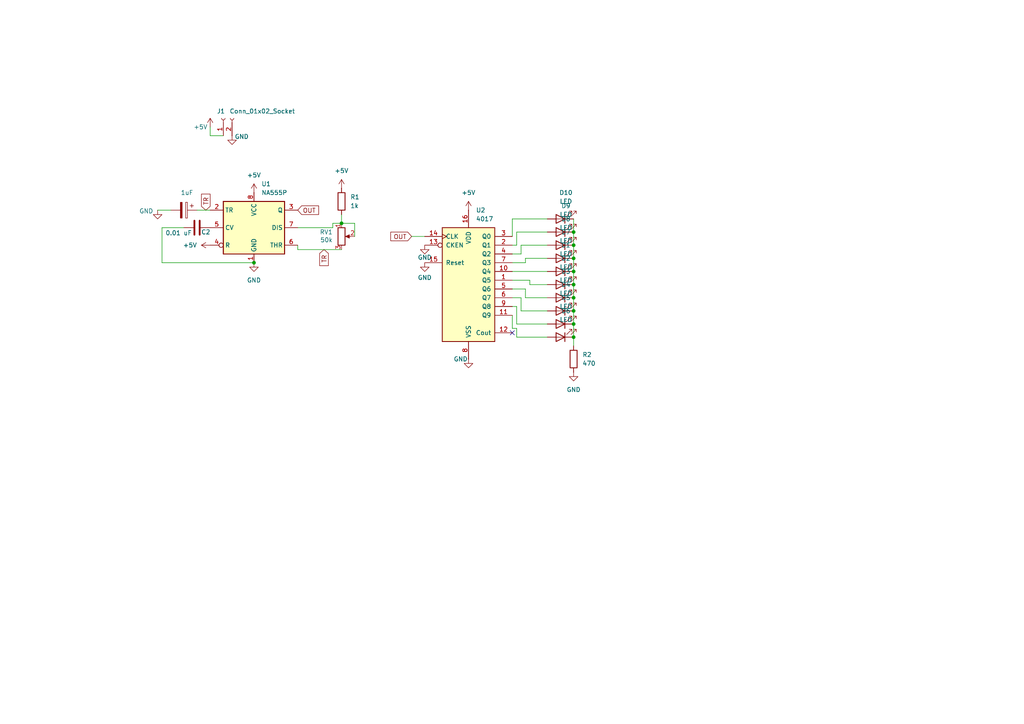
<source format=kicad_sch>
(kicad_sch
	(version 20250114)
	(generator "eeschema")
	(generator_version "9.0")
	(uuid "5abe4eef-b49d-4b96-867c-a9e0cd0afb83")
	(paper "A4")
	(lib_symbols
		(symbol "4xxx:4017"
			(pin_names
				(offset 1.016)
			)
			(exclude_from_sim no)
			(in_bom yes)
			(on_board yes)
			(property "Reference" "U"
				(at -7.62 16.51 0)
				(effects
					(font
						(size 1.27 1.27)
					)
				)
			)
			(property "Value" "4017"
				(at -7.62 -19.05 0)
				(effects
					(font
						(size 1.27 1.27)
					)
				)
			)
			(property "Footprint" ""
				(at 0 0 0)
				(effects
					(font
						(size 1.27 1.27)
					)
					(hide yes)
				)
			)
			(property "Datasheet" "http://www.intersil.com/content/dam/Intersil/documents/cd40/cd4017bms-22bms.pdf"
				(at 0 0 0)
				(effects
					(font
						(size 1.27 1.27)
					)
					(hide yes)
				)
			)
			(property "Description" "Johnson Counter ( 10 outputs )"
				(at 0 0 0)
				(effects
					(font
						(size 1.27 1.27)
					)
					(hide yes)
				)
			)
			(property "ki_locked" ""
				(at 0 0 0)
				(effects
					(font
						(size 1.27 1.27)
					)
				)
			)
			(property "ki_keywords" "CNT CNT10"
				(at 0 0 0)
				(effects
					(font
						(size 1.27 1.27)
					)
					(hide yes)
				)
			)
			(property "ki_fp_filters" "DIP?16*"
				(at 0 0 0)
				(effects
					(font
						(size 1.27 1.27)
					)
					(hide yes)
				)
			)
			(symbol "4017_1_0"
				(pin input clock
					(at -12.7 12.7 0)
					(length 5.08)
					(name "CLK"
						(effects
							(font
								(size 1.27 1.27)
							)
						)
					)
					(number "14"
						(effects
							(font
								(size 1.27 1.27)
							)
						)
					)
				)
				(pin input inverted
					(at -12.7 10.16 0)
					(length 5.08)
					(name "CKEN"
						(effects
							(font
								(size 1.27 1.27)
							)
						)
					)
					(number "13"
						(effects
							(font
								(size 1.27 1.27)
							)
						)
					)
				)
				(pin input line
					(at -12.7 5.08 0)
					(length 5.08)
					(name "Reset"
						(effects
							(font
								(size 1.27 1.27)
							)
						)
					)
					(number "15"
						(effects
							(font
								(size 1.27 1.27)
							)
						)
					)
				)
				(pin power_in line
					(at 0 20.32 270)
					(length 5.08)
					(name "VDD"
						(effects
							(font
								(size 1.27 1.27)
							)
						)
					)
					(number "16"
						(effects
							(font
								(size 1.27 1.27)
							)
						)
					)
				)
				(pin power_in line
					(at 0 -22.86 90)
					(length 5.08)
					(name "VSS"
						(effects
							(font
								(size 1.27 1.27)
							)
						)
					)
					(number "8"
						(effects
							(font
								(size 1.27 1.27)
							)
						)
					)
				)
				(pin output line
					(at 12.7 12.7 180)
					(length 5.08)
					(name "Q0"
						(effects
							(font
								(size 1.27 1.27)
							)
						)
					)
					(number "3"
						(effects
							(font
								(size 1.27 1.27)
							)
						)
					)
				)
				(pin output line
					(at 12.7 10.16 180)
					(length 5.08)
					(name "Q1"
						(effects
							(font
								(size 1.27 1.27)
							)
						)
					)
					(number "2"
						(effects
							(font
								(size 1.27 1.27)
							)
						)
					)
				)
				(pin output line
					(at 12.7 7.62 180)
					(length 5.08)
					(name "Q2"
						(effects
							(font
								(size 1.27 1.27)
							)
						)
					)
					(number "4"
						(effects
							(font
								(size 1.27 1.27)
							)
						)
					)
				)
				(pin output line
					(at 12.7 5.08 180)
					(length 5.08)
					(name "Q3"
						(effects
							(font
								(size 1.27 1.27)
							)
						)
					)
					(number "7"
						(effects
							(font
								(size 1.27 1.27)
							)
						)
					)
				)
				(pin output line
					(at 12.7 2.54 180)
					(length 5.08)
					(name "Q4"
						(effects
							(font
								(size 1.27 1.27)
							)
						)
					)
					(number "10"
						(effects
							(font
								(size 1.27 1.27)
							)
						)
					)
				)
				(pin output line
					(at 12.7 0 180)
					(length 5.08)
					(name "Q5"
						(effects
							(font
								(size 1.27 1.27)
							)
						)
					)
					(number "1"
						(effects
							(font
								(size 1.27 1.27)
							)
						)
					)
				)
				(pin output line
					(at 12.7 -2.54 180)
					(length 5.08)
					(name "Q6"
						(effects
							(font
								(size 1.27 1.27)
							)
						)
					)
					(number "5"
						(effects
							(font
								(size 1.27 1.27)
							)
						)
					)
				)
				(pin output line
					(at 12.7 -5.08 180)
					(length 5.08)
					(name "Q7"
						(effects
							(font
								(size 1.27 1.27)
							)
						)
					)
					(number "6"
						(effects
							(font
								(size 1.27 1.27)
							)
						)
					)
				)
				(pin output line
					(at 12.7 -7.62 180)
					(length 5.08)
					(name "Q8"
						(effects
							(font
								(size 1.27 1.27)
							)
						)
					)
					(number "9"
						(effects
							(font
								(size 1.27 1.27)
							)
						)
					)
				)
				(pin output line
					(at 12.7 -10.16 180)
					(length 5.08)
					(name "Q9"
						(effects
							(font
								(size 1.27 1.27)
							)
						)
					)
					(number "11"
						(effects
							(font
								(size 1.27 1.27)
							)
						)
					)
				)
				(pin output line
					(at 12.7 -15.24 180)
					(length 5.08)
					(name "Cout"
						(effects
							(font
								(size 1.27 1.27)
							)
						)
					)
					(number "12"
						(effects
							(font
								(size 1.27 1.27)
							)
						)
					)
				)
			)
			(symbol "4017_1_1"
				(rectangle
					(start -7.62 15.24)
					(end 7.62 -17.78)
					(stroke
						(width 0.254)
						(type default)
					)
					(fill
						(type background)
					)
				)
			)
			(embedded_fonts no)
		)
		(symbol "Connector:Conn_01x02_Socket"
			(pin_names
				(offset 1.016)
				(hide yes)
			)
			(exclude_from_sim no)
			(in_bom yes)
			(on_board yes)
			(property "Reference" "J"
				(at 0 2.54 0)
				(effects
					(font
						(size 1.27 1.27)
					)
				)
			)
			(property "Value" "Conn_01x02_Socket"
				(at 0 -5.08 0)
				(effects
					(font
						(size 1.27 1.27)
					)
				)
			)
			(property "Footprint" ""
				(at 0 0 0)
				(effects
					(font
						(size 1.27 1.27)
					)
					(hide yes)
				)
			)
			(property "Datasheet" "~"
				(at 0 0 0)
				(effects
					(font
						(size 1.27 1.27)
					)
					(hide yes)
				)
			)
			(property "Description" "Generic connector, single row, 01x02, script generated"
				(at 0 0 0)
				(effects
					(font
						(size 1.27 1.27)
					)
					(hide yes)
				)
			)
			(property "ki_locked" ""
				(at 0 0 0)
				(effects
					(font
						(size 1.27 1.27)
					)
				)
			)
			(property "ki_keywords" "connector"
				(at 0 0 0)
				(effects
					(font
						(size 1.27 1.27)
					)
					(hide yes)
				)
			)
			(property "ki_fp_filters" "Connector*:*_1x??_*"
				(at 0 0 0)
				(effects
					(font
						(size 1.27 1.27)
					)
					(hide yes)
				)
			)
			(symbol "Conn_01x02_Socket_1_1"
				(polyline
					(pts
						(xy -1.27 0) (xy -0.508 0)
					)
					(stroke
						(width 0.1524)
						(type default)
					)
					(fill
						(type none)
					)
				)
				(polyline
					(pts
						(xy -1.27 -2.54) (xy -0.508 -2.54)
					)
					(stroke
						(width 0.1524)
						(type default)
					)
					(fill
						(type none)
					)
				)
				(arc
					(start 0 -0.508)
					(mid -0.5058 0)
					(end 0 0.508)
					(stroke
						(width 0.1524)
						(type default)
					)
					(fill
						(type none)
					)
				)
				(arc
					(start 0 -3.048)
					(mid -0.5058 -2.54)
					(end 0 -2.032)
					(stroke
						(width 0.1524)
						(type default)
					)
					(fill
						(type none)
					)
				)
				(pin passive line
					(at -5.08 0 0)
					(length 3.81)
					(name "Pin_1"
						(effects
							(font
								(size 1.27 1.27)
							)
						)
					)
					(number "1"
						(effects
							(font
								(size 1.27 1.27)
							)
						)
					)
				)
				(pin passive line
					(at -5.08 -2.54 0)
					(length 3.81)
					(name "Pin_2"
						(effects
							(font
								(size 1.27 1.27)
							)
						)
					)
					(number "2"
						(effects
							(font
								(size 1.27 1.27)
							)
						)
					)
				)
			)
			(embedded_fonts no)
		)
		(symbol "Device:C"
			(pin_numbers
				(hide yes)
			)
			(pin_names
				(offset 0.254)
			)
			(exclude_from_sim no)
			(in_bom yes)
			(on_board yes)
			(property "Reference" "C"
				(at 0.635 2.54 0)
				(effects
					(font
						(size 1.27 1.27)
					)
					(justify left)
				)
			)
			(property "Value" "C"
				(at 0.635 -2.54 0)
				(effects
					(font
						(size 1.27 1.27)
					)
					(justify left)
				)
			)
			(property "Footprint" ""
				(at 0.9652 -3.81 0)
				(effects
					(font
						(size 1.27 1.27)
					)
					(hide yes)
				)
			)
			(property "Datasheet" "~"
				(at 0 0 0)
				(effects
					(font
						(size 1.27 1.27)
					)
					(hide yes)
				)
			)
			(property "Description" "Unpolarized capacitor"
				(at 0 0 0)
				(effects
					(font
						(size 1.27 1.27)
					)
					(hide yes)
				)
			)
			(property "ki_keywords" "cap capacitor"
				(at 0 0 0)
				(effects
					(font
						(size 1.27 1.27)
					)
					(hide yes)
				)
			)
			(property "ki_fp_filters" "C_*"
				(at 0 0 0)
				(effects
					(font
						(size 1.27 1.27)
					)
					(hide yes)
				)
			)
			(symbol "C_0_1"
				(polyline
					(pts
						(xy -2.032 0.762) (xy 2.032 0.762)
					)
					(stroke
						(width 0.508)
						(type default)
					)
					(fill
						(type none)
					)
				)
				(polyline
					(pts
						(xy -2.032 -0.762) (xy 2.032 -0.762)
					)
					(stroke
						(width 0.508)
						(type default)
					)
					(fill
						(type none)
					)
				)
			)
			(symbol "C_1_1"
				(pin passive line
					(at 0 3.81 270)
					(length 2.794)
					(name "~"
						(effects
							(font
								(size 1.27 1.27)
							)
						)
					)
					(number "1"
						(effects
							(font
								(size 1.27 1.27)
							)
						)
					)
				)
				(pin passive line
					(at 0 -3.81 90)
					(length 2.794)
					(name "~"
						(effects
							(font
								(size 1.27 1.27)
							)
						)
					)
					(number "2"
						(effects
							(font
								(size 1.27 1.27)
							)
						)
					)
				)
			)
			(embedded_fonts no)
		)
		(symbol "Device:C_Polarized"
			(pin_numbers
				(hide yes)
			)
			(pin_names
				(offset 0.254)
			)
			(exclude_from_sim no)
			(in_bom yes)
			(on_board yes)
			(property "Reference" "C"
				(at 0.635 2.54 0)
				(effects
					(font
						(size 1.27 1.27)
					)
					(justify left)
				)
			)
			(property "Value" "C_Polarized"
				(at 0.635 -2.54 0)
				(effects
					(font
						(size 1.27 1.27)
					)
					(justify left)
				)
			)
			(property "Footprint" ""
				(at 0.9652 -3.81 0)
				(effects
					(font
						(size 1.27 1.27)
					)
					(hide yes)
				)
			)
			(property "Datasheet" "~"
				(at 0 0 0)
				(effects
					(font
						(size 1.27 1.27)
					)
					(hide yes)
				)
			)
			(property "Description" "Polarized capacitor"
				(at 0 0 0)
				(effects
					(font
						(size 1.27 1.27)
					)
					(hide yes)
				)
			)
			(property "ki_keywords" "cap capacitor"
				(at 0 0 0)
				(effects
					(font
						(size 1.27 1.27)
					)
					(hide yes)
				)
			)
			(property "ki_fp_filters" "CP_*"
				(at 0 0 0)
				(effects
					(font
						(size 1.27 1.27)
					)
					(hide yes)
				)
			)
			(symbol "C_Polarized_0_1"
				(rectangle
					(start -2.286 0.508)
					(end 2.286 1.016)
					(stroke
						(width 0)
						(type default)
					)
					(fill
						(type none)
					)
				)
				(polyline
					(pts
						(xy -1.778 2.286) (xy -0.762 2.286)
					)
					(stroke
						(width 0)
						(type default)
					)
					(fill
						(type none)
					)
				)
				(polyline
					(pts
						(xy -1.27 2.794) (xy -1.27 1.778)
					)
					(stroke
						(width 0)
						(type default)
					)
					(fill
						(type none)
					)
				)
				(rectangle
					(start 2.286 -0.508)
					(end -2.286 -1.016)
					(stroke
						(width 0)
						(type default)
					)
					(fill
						(type outline)
					)
				)
			)
			(symbol "C_Polarized_1_1"
				(pin passive line
					(at 0 3.81 270)
					(length 2.794)
					(name "~"
						(effects
							(font
								(size 1.27 1.27)
							)
						)
					)
					(number "1"
						(effects
							(font
								(size 1.27 1.27)
							)
						)
					)
				)
				(pin passive line
					(at 0 -3.81 90)
					(length 2.794)
					(name "~"
						(effects
							(font
								(size 1.27 1.27)
							)
						)
					)
					(number "2"
						(effects
							(font
								(size 1.27 1.27)
							)
						)
					)
				)
			)
			(embedded_fonts no)
		)
		(symbol "Device:LED"
			(pin_numbers
				(hide yes)
			)
			(pin_names
				(offset 1.016)
				(hide yes)
			)
			(exclude_from_sim no)
			(in_bom yes)
			(on_board yes)
			(property "Reference" "D"
				(at 0 2.54 0)
				(effects
					(font
						(size 1.27 1.27)
					)
				)
			)
			(property "Value" "LED"
				(at 0 -2.54 0)
				(effects
					(font
						(size 1.27 1.27)
					)
				)
			)
			(property "Footprint" ""
				(at 0 0 0)
				(effects
					(font
						(size 1.27 1.27)
					)
					(hide yes)
				)
			)
			(property "Datasheet" "~"
				(at 0 0 0)
				(effects
					(font
						(size 1.27 1.27)
					)
					(hide yes)
				)
			)
			(property "Description" "Light emitting diode"
				(at 0 0 0)
				(effects
					(font
						(size 1.27 1.27)
					)
					(hide yes)
				)
			)
			(property "Sim.Pins" "1=K 2=A"
				(at 0 0 0)
				(effects
					(font
						(size 1.27 1.27)
					)
					(hide yes)
				)
			)
			(property "ki_keywords" "LED diode"
				(at 0 0 0)
				(effects
					(font
						(size 1.27 1.27)
					)
					(hide yes)
				)
			)
			(property "ki_fp_filters" "LED* LED_SMD:* LED_THT:*"
				(at 0 0 0)
				(effects
					(font
						(size 1.27 1.27)
					)
					(hide yes)
				)
			)
			(symbol "LED_0_1"
				(polyline
					(pts
						(xy -3.048 -0.762) (xy -4.572 -2.286) (xy -3.81 -2.286) (xy -4.572 -2.286) (xy -4.572 -1.524)
					)
					(stroke
						(width 0)
						(type default)
					)
					(fill
						(type none)
					)
				)
				(polyline
					(pts
						(xy -1.778 -0.762) (xy -3.302 -2.286) (xy -2.54 -2.286) (xy -3.302 -2.286) (xy -3.302 -1.524)
					)
					(stroke
						(width 0)
						(type default)
					)
					(fill
						(type none)
					)
				)
				(polyline
					(pts
						(xy -1.27 0) (xy 1.27 0)
					)
					(stroke
						(width 0)
						(type default)
					)
					(fill
						(type none)
					)
				)
				(polyline
					(pts
						(xy -1.27 -1.27) (xy -1.27 1.27)
					)
					(stroke
						(width 0.254)
						(type default)
					)
					(fill
						(type none)
					)
				)
				(polyline
					(pts
						(xy 1.27 -1.27) (xy 1.27 1.27) (xy -1.27 0) (xy 1.27 -1.27)
					)
					(stroke
						(width 0.254)
						(type default)
					)
					(fill
						(type none)
					)
				)
			)
			(symbol "LED_1_1"
				(pin passive line
					(at -3.81 0 0)
					(length 2.54)
					(name "K"
						(effects
							(font
								(size 1.27 1.27)
							)
						)
					)
					(number "1"
						(effects
							(font
								(size 1.27 1.27)
							)
						)
					)
				)
				(pin passive line
					(at 3.81 0 180)
					(length 2.54)
					(name "A"
						(effects
							(font
								(size 1.27 1.27)
							)
						)
					)
					(number "2"
						(effects
							(font
								(size 1.27 1.27)
							)
						)
					)
				)
			)
			(embedded_fonts no)
		)
		(symbol "Device:R"
			(pin_numbers
				(hide yes)
			)
			(pin_names
				(offset 0)
			)
			(exclude_from_sim no)
			(in_bom yes)
			(on_board yes)
			(property "Reference" "R"
				(at 2.032 0 90)
				(effects
					(font
						(size 1.27 1.27)
					)
				)
			)
			(property "Value" "R"
				(at 0 0 90)
				(effects
					(font
						(size 1.27 1.27)
					)
				)
			)
			(property "Footprint" ""
				(at -1.778 0 90)
				(effects
					(font
						(size 1.27 1.27)
					)
					(hide yes)
				)
			)
			(property "Datasheet" "~"
				(at 0 0 0)
				(effects
					(font
						(size 1.27 1.27)
					)
					(hide yes)
				)
			)
			(property "Description" "Resistor"
				(at 0 0 0)
				(effects
					(font
						(size 1.27 1.27)
					)
					(hide yes)
				)
			)
			(property "ki_keywords" "R res resistor"
				(at 0 0 0)
				(effects
					(font
						(size 1.27 1.27)
					)
					(hide yes)
				)
			)
			(property "ki_fp_filters" "R_*"
				(at 0 0 0)
				(effects
					(font
						(size 1.27 1.27)
					)
					(hide yes)
				)
			)
			(symbol "R_0_1"
				(rectangle
					(start -1.016 -2.54)
					(end 1.016 2.54)
					(stroke
						(width 0.254)
						(type default)
					)
					(fill
						(type none)
					)
				)
			)
			(symbol "R_1_1"
				(pin passive line
					(at 0 3.81 270)
					(length 1.27)
					(name "~"
						(effects
							(font
								(size 1.27 1.27)
							)
						)
					)
					(number "1"
						(effects
							(font
								(size 1.27 1.27)
							)
						)
					)
				)
				(pin passive line
					(at 0 -3.81 90)
					(length 1.27)
					(name "~"
						(effects
							(font
								(size 1.27 1.27)
							)
						)
					)
					(number "2"
						(effects
							(font
								(size 1.27 1.27)
							)
						)
					)
				)
			)
			(embedded_fonts no)
		)
		(symbol "Device:R_Potentiometer"
			(pin_names
				(offset 1.016)
				(hide yes)
			)
			(exclude_from_sim no)
			(in_bom yes)
			(on_board yes)
			(property "Reference" "RV"
				(at -4.445 0 90)
				(effects
					(font
						(size 1.27 1.27)
					)
				)
			)
			(property "Value" "R_Potentiometer"
				(at -2.54 0 90)
				(effects
					(font
						(size 1.27 1.27)
					)
				)
			)
			(property "Footprint" ""
				(at 0 0 0)
				(effects
					(font
						(size 1.27 1.27)
					)
					(hide yes)
				)
			)
			(property "Datasheet" "~"
				(at 0 0 0)
				(effects
					(font
						(size 1.27 1.27)
					)
					(hide yes)
				)
			)
			(property "Description" "Potentiometer"
				(at 0 0 0)
				(effects
					(font
						(size 1.27 1.27)
					)
					(hide yes)
				)
			)
			(property "ki_keywords" "resistor variable"
				(at 0 0 0)
				(effects
					(font
						(size 1.27 1.27)
					)
					(hide yes)
				)
			)
			(property "ki_fp_filters" "Potentiometer*"
				(at 0 0 0)
				(effects
					(font
						(size 1.27 1.27)
					)
					(hide yes)
				)
			)
			(symbol "R_Potentiometer_0_1"
				(rectangle
					(start 1.016 2.54)
					(end -1.016 -2.54)
					(stroke
						(width 0.254)
						(type default)
					)
					(fill
						(type none)
					)
				)
				(polyline
					(pts
						(xy 1.143 0) (xy 2.286 0.508) (xy 2.286 -0.508) (xy 1.143 0)
					)
					(stroke
						(width 0)
						(type default)
					)
					(fill
						(type outline)
					)
				)
				(polyline
					(pts
						(xy 2.54 0) (xy 1.524 0)
					)
					(stroke
						(width 0)
						(type default)
					)
					(fill
						(type none)
					)
				)
			)
			(symbol "R_Potentiometer_1_1"
				(pin passive line
					(at 0 3.81 270)
					(length 1.27)
					(name "1"
						(effects
							(font
								(size 1.27 1.27)
							)
						)
					)
					(number "1"
						(effects
							(font
								(size 1.27 1.27)
							)
						)
					)
				)
				(pin passive line
					(at 0 -3.81 90)
					(length 1.27)
					(name "3"
						(effects
							(font
								(size 1.27 1.27)
							)
						)
					)
					(number "3"
						(effects
							(font
								(size 1.27 1.27)
							)
						)
					)
				)
				(pin passive line
					(at 3.81 0 180)
					(length 1.27)
					(name "2"
						(effects
							(font
								(size 1.27 1.27)
							)
						)
					)
					(number "2"
						(effects
							(font
								(size 1.27 1.27)
							)
						)
					)
				)
			)
			(embedded_fonts no)
		)
		(symbol "Timer:NA555P"
			(exclude_from_sim no)
			(in_bom yes)
			(on_board yes)
			(property "Reference" "U"
				(at -10.16 8.89 0)
				(effects
					(font
						(size 1.27 1.27)
					)
					(justify left)
				)
			)
			(property "Value" "NA555P"
				(at 2.54 8.89 0)
				(effects
					(font
						(size 1.27 1.27)
					)
					(justify left)
				)
			)
			(property "Footprint" "Package_DIP:DIP-8_W7.62mm"
				(at 16.51 -10.16 0)
				(effects
					(font
						(size 1.27 1.27)
					)
					(hide yes)
				)
			)
			(property "Datasheet" "http://www.ti.com/lit/ds/symlink/ne555.pdf"
				(at 21.59 -10.16 0)
				(effects
					(font
						(size 1.27 1.27)
					)
					(hide yes)
				)
			)
			(property "Description" "Precision Timers, 555 compatible, PDIP-8"
				(at 0 0 0)
				(effects
					(font
						(size 1.27 1.27)
					)
					(hide yes)
				)
			)
			(property "ki_keywords" "single timer 555"
				(at 0 0 0)
				(effects
					(font
						(size 1.27 1.27)
					)
					(hide yes)
				)
			)
			(property "ki_fp_filters" "DIP*W7.62mm*"
				(at 0 0 0)
				(effects
					(font
						(size 1.27 1.27)
					)
					(hide yes)
				)
			)
			(symbol "NA555P_0_0"
				(pin power_in line
					(at 0 10.16 270)
					(length 2.54)
					(name "VCC"
						(effects
							(font
								(size 1.27 1.27)
							)
						)
					)
					(number "8"
						(effects
							(font
								(size 1.27 1.27)
							)
						)
					)
				)
				(pin power_in line
					(at 0 -10.16 90)
					(length 2.54)
					(name "GND"
						(effects
							(font
								(size 1.27 1.27)
							)
						)
					)
					(number "1"
						(effects
							(font
								(size 1.27 1.27)
							)
						)
					)
				)
			)
			(symbol "NA555P_0_1"
				(rectangle
					(start -8.89 -7.62)
					(end 8.89 7.62)
					(stroke
						(width 0.254)
						(type default)
					)
					(fill
						(type background)
					)
				)
				(rectangle
					(start -8.89 -7.62)
					(end 8.89 7.62)
					(stroke
						(width 0.254)
						(type default)
					)
					(fill
						(type background)
					)
				)
			)
			(symbol "NA555P_1_1"
				(pin input line
					(at -12.7 5.08 0)
					(length 3.81)
					(name "TR"
						(effects
							(font
								(size 1.27 1.27)
							)
						)
					)
					(number "2"
						(effects
							(font
								(size 1.27 1.27)
							)
						)
					)
				)
				(pin input line
					(at -12.7 0 0)
					(length 3.81)
					(name "CV"
						(effects
							(font
								(size 1.27 1.27)
							)
						)
					)
					(number "5"
						(effects
							(font
								(size 1.27 1.27)
							)
						)
					)
				)
				(pin input inverted
					(at -12.7 -5.08 0)
					(length 3.81)
					(name "R"
						(effects
							(font
								(size 1.27 1.27)
							)
						)
					)
					(number "4"
						(effects
							(font
								(size 1.27 1.27)
							)
						)
					)
				)
				(pin output line
					(at 12.7 5.08 180)
					(length 3.81)
					(name "Q"
						(effects
							(font
								(size 1.27 1.27)
							)
						)
					)
					(number "3"
						(effects
							(font
								(size 1.27 1.27)
							)
						)
					)
				)
				(pin input line
					(at 12.7 0 180)
					(length 3.81)
					(name "DIS"
						(effects
							(font
								(size 1.27 1.27)
							)
						)
					)
					(number "7"
						(effects
							(font
								(size 1.27 1.27)
							)
						)
					)
				)
				(pin input line
					(at 12.7 -5.08 180)
					(length 3.81)
					(name "THR"
						(effects
							(font
								(size 1.27 1.27)
							)
						)
					)
					(number "6"
						(effects
							(font
								(size 1.27 1.27)
							)
						)
					)
				)
			)
			(embedded_fonts no)
		)
		(symbol "power:+5V"
			(power)
			(pin_numbers
				(hide yes)
			)
			(pin_names
				(offset 0)
				(hide yes)
			)
			(exclude_from_sim no)
			(in_bom yes)
			(on_board yes)
			(property "Reference" "#PWR"
				(at 0 -3.81 0)
				(effects
					(font
						(size 1.27 1.27)
					)
					(hide yes)
				)
			)
			(property "Value" "+5V"
				(at 0 3.556 0)
				(effects
					(font
						(size 1.27 1.27)
					)
				)
			)
			(property "Footprint" ""
				(at 0 0 0)
				(effects
					(font
						(size 1.27 1.27)
					)
					(hide yes)
				)
			)
			(property "Datasheet" ""
				(at 0 0 0)
				(effects
					(font
						(size 1.27 1.27)
					)
					(hide yes)
				)
			)
			(property "Description" "Power symbol creates a global label with name \"+5V\""
				(at 0 0 0)
				(effects
					(font
						(size 1.27 1.27)
					)
					(hide yes)
				)
			)
			(property "ki_keywords" "global power"
				(at 0 0 0)
				(effects
					(font
						(size 1.27 1.27)
					)
					(hide yes)
				)
			)
			(symbol "+5V_0_1"
				(polyline
					(pts
						(xy -0.762 1.27) (xy 0 2.54)
					)
					(stroke
						(width 0)
						(type default)
					)
					(fill
						(type none)
					)
				)
				(polyline
					(pts
						(xy 0 2.54) (xy 0.762 1.27)
					)
					(stroke
						(width 0)
						(type default)
					)
					(fill
						(type none)
					)
				)
				(polyline
					(pts
						(xy 0 0) (xy 0 2.54)
					)
					(stroke
						(width 0)
						(type default)
					)
					(fill
						(type none)
					)
				)
			)
			(symbol "+5V_1_1"
				(pin power_in line
					(at 0 0 90)
					(length 0)
					(name "~"
						(effects
							(font
								(size 1.27 1.27)
							)
						)
					)
					(number "1"
						(effects
							(font
								(size 1.27 1.27)
							)
						)
					)
				)
			)
			(embedded_fonts no)
		)
		(symbol "power:GND"
			(power)
			(pin_numbers
				(hide yes)
			)
			(pin_names
				(offset 0)
				(hide yes)
			)
			(exclude_from_sim no)
			(in_bom yes)
			(on_board yes)
			(property "Reference" "#PWR"
				(at 0 -6.35 0)
				(effects
					(font
						(size 1.27 1.27)
					)
					(hide yes)
				)
			)
			(property "Value" "GND"
				(at 0 -3.81 0)
				(effects
					(font
						(size 1.27 1.27)
					)
				)
			)
			(property "Footprint" ""
				(at 0 0 0)
				(effects
					(font
						(size 1.27 1.27)
					)
					(hide yes)
				)
			)
			(property "Datasheet" ""
				(at 0 0 0)
				(effects
					(font
						(size 1.27 1.27)
					)
					(hide yes)
				)
			)
			(property "Description" "Power symbol creates a global label with name \"GND\" , ground"
				(at 0 0 0)
				(effects
					(font
						(size 1.27 1.27)
					)
					(hide yes)
				)
			)
			(property "ki_keywords" "global power"
				(at 0 0 0)
				(effects
					(font
						(size 1.27 1.27)
					)
					(hide yes)
				)
			)
			(symbol "GND_0_1"
				(polyline
					(pts
						(xy 0 0) (xy 0 -1.27) (xy 1.27 -1.27) (xy 0 -2.54) (xy -1.27 -1.27) (xy 0 -1.27)
					)
					(stroke
						(width 0)
						(type default)
					)
					(fill
						(type none)
					)
				)
			)
			(symbol "GND_1_1"
				(pin power_in line
					(at 0 0 270)
					(length 0)
					(name "~"
						(effects
							(font
								(size 1.27 1.27)
							)
						)
					)
					(number "1"
						(effects
							(font
								(size 1.27 1.27)
							)
						)
					)
				)
			)
			(embedded_fonts no)
		)
	)
	(junction
		(at 166.37 74.93)
		(diameter 0)
		(color 0 0 0 0)
		(uuid "0b080e25-f35f-4417-b331-97432dc600d5")
	)
	(junction
		(at 166.37 86.36)
		(diameter 0)
		(color 0 0 0 0)
		(uuid "1113cf0d-c098-4420-a084-c324f27871c5")
	)
	(junction
		(at 73.66 76.2)
		(diameter 0)
		(color 0 0 0 0)
		(uuid "2c5c2a0b-9139-4565-9e5b-6f8b83952edb")
	)
	(junction
		(at 166.37 71.12)
		(diameter 0)
		(color 0 0 0 0)
		(uuid "2fa69e5f-542b-4f78-a3da-356a9e5308a2")
	)
	(junction
		(at 166.37 97.79)
		(diameter 0)
		(color 0 0 0 0)
		(uuid "4060f48f-4537-4991-8a13-2c00578621dc")
	)
	(junction
		(at 166.37 82.55)
		(diameter 0)
		(color 0 0 0 0)
		(uuid "466da5a4-02ee-4475-a23e-bb243f27fef4")
	)
	(junction
		(at 166.37 93.98)
		(diameter 0)
		(color 0 0 0 0)
		(uuid "4f9409ed-8dbc-414c-952c-fa0104aa7444")
	)
	(junction
		(at 166.37 67.31)
		(diameter 0)
		(color 0 0 0 0)
		(uuid "99fe0905-f6e3-4380-8e4a-638e024c75f5")
	)
	(junction
		(at 99.06 64.77)
		(diameter 0)
		(color 0 0 0 0)
		(uuid "a784b79e-86fc-4de6-a82f-2057df3eecba")
	)
	(junction
		(at 166.37 78.74)
		(diameter 0)
		(color 0 0 0 0)
		(uuid "ad9666de-f547-47e2-a2af-fd585c2a9d7a")
	)
	(junction
		(at 166.37 90.17)
		(diameter 0)
		(color 0 0 0 0)
		(uuid "eb0d5db1-e3b8-45d7-b23f-4cae3a84aa0f")
	)
	(no_connect
		(at 148.59 96.52)
		(uuid "80c545f3-f6ff-499d-a412-77e9b224e038")
	)
	(wire
		(pts
			(xy 166.37 74.93) (xy 166.37 78.74)
		)
		(stroke
			(width 0)
			(type default)
		)
		(uuid "00e7153a-3f19-4921-b6d5-10892e79dacc")
	)
	(wire
		(pts
			(xy 149.86 88.9) (xy 149.86 93.98)
		)
		(stroke
			(width 0)
			(type default)
		)
		(uuid "0441a801-454f-4f8a-9646-6e5b7c1a76c7")
	)
	(wire
		(pts
			(xy 166.37 86.36) (xy 166.37 90.17)
		)
		(stroke
			(width 0)
			(type default)
		)
		(uuid "05763ab6-2944-4949-829f-4c904ef2aefb")
	)
	(wire
		(pts
			(xy 166.37 78.74) (xy 166.37 82.55)
		)
		(stroke
			(width 0)
			(type default)
		)
		(uuid "19165f14-699e-40ee-894f-c91925669565")
	)
	(wire
		(pts
			(xy 148.59 86.36) (xy 151.13 86.36)
		)
		(stroke
			(width 0)
			(type default)
		)
		(uuid "195cbe48-8337-4958-827b-d89e9f439fda")
	)
	(wire
		(pts
			(xy 166.37 93.98) (xy 166.37 97.79)
		)
		(stroke
			(width 0)
			(type default)
		)
		(uuid "1c714b50-0cb7-4f41-b120-5fa7f434bbd2")
	)
	(wire
		(pts
			(xy 148.59 83.82) (xy 152.4 83.82)
		)
		(stroke
			(width 0)
			(type default)
		)
		(uuid "23095a4d-aeb1-4004-9160-53a697ab9a55")
	)
	(wire
		(pts
			(xy 149.86 97.79) (xy 158.75 97.79)
		)
		(stroke
			(width 0)
			(type default)
		)
		(uuid "2425ee37-23fe-42f6-beaf-f13ed490a9db")
	)
	(wire
		(pts
			(xy 148.59 88.9) (xy 149.86 88.9)
		)
		(stroke
			(width 0)
			(type default)
		)
		(uuid "24a95c31-35cd-47f5-977e-b47fae3993b9")
	)
	(wire
		(pts
			(xy 148.59 68.58) (xy 148.59 63.5)
		)
		(stroke
			(width 0)
			(type default)
		)
		(uuid "24eabeaf-63da-49d8-8b68-69729abb1fd9")
	)
	(wire
		(pts
			(xy 148.59 91.44) (xy 148.59 95.25)
		)
		(stroke
			(width 0)
			(type default)
		)
		(uuid "265380b2-702c-4f2c-b3b9-8cc23c6abfbd")
	)
	(wire
		(pts
			(xy 149.86 67.31) (xy 158.75 67.31)
		)
		(stroke
			(width 0)
			(type default)
		)
		(uuid "26a2e814-1e42-4576-8232-70c8a23a91f0")
	)
	(wire
		(pts
			(xy 149.86 95.25) (xy 149.86 97.79)
		)
		(stroke
			(width 0)
			(type default)
		)
		(uuid "28573333-a09f-45bf-b1f3-18b929299298")
	)
	(wire
		(pts
			(xy 99.06 64.77) (xy 102.87 64.77)
		)
		(stroke
			(width 0)
			(type default)
		)
		(uuid "3060c301-285a-48dd-acc3-e9feb89fd1a3")
	)
	(wire
		(pts
			(xy 151.13 86.36) (xy 151.13 90.17)
		)
		(stroke
			(width 0)
			(type default)
		)
		(uuid "30f18e96-0a9a-4241-9c36-80d0d7272130")
	)
	(wire
		(pts
			(xy 166.37 71.12) (xy 166.37 74.93)
		)
		(stroke
			(width 0)
			(type default)
		)
		(uuid "320e88e5-529e-407a-bb2a-760ef987036d")
	)
	(wire
		(pts
			(xy 153.67 81.28) (xy 153.67 82.55)
		)
		(stroke
			(width 0)
			(type default)
		)
		(uuid "4335b978-ff04-45cc-b23c-2f9c1e69fc88")
	)
	(wire
		(pts
			(xy 149.86 71.12) (xy 149.86 67.31)
		)
		(stroke
			(width 0)
			(type default)
		)
		(uuid "462e9d9a-5bac-4204-a647-9c41f71449b7")
	)
	(wire
		(pts
			(xy 86.36 66.04) (xy 96.52 66.04)
		)
		(stroke
			(width 0)
			(type default)
		)
		(uuid "4d5f9f9a-60ff-4fd4-bb3e-0197c6b281ab")
	)
	(wire
		(pts
			(xy 46.99 66.04) (xy 46.99 76.2)
		)
		(stroke
			(width 0)
			(type default)
		)
		(uuid "521bb2d1-e3f8-4e99-8d5d-c1dd95fd3b65")
	)
	(wire
		(pts
			(xy 86.36 72.39) (xy 99.06 72.39)
		)
		(stroke
			(width 0)
			(type default)
		)
		(uuid "58fa8728-542e-41c4-9cde-26dd1659979a")
	)
	(wire
		(pts
			(xy 152.4 86.36) (xy 158.75 86.36)
		)
		(stroke
			(width 0)
			(type default)
		)
		(uuid "5c4c7ff0-a3e3-4336-a601-ca6228f0cf89")
	)
	(wire
		(pts
			(xy 53.34 66.04) (xy 46.99 66.04)
		)
		(stroke
			(width 0)
			(type default)
		)
		(uuid "6431acc8-72b8-412b-91a3-52fb560d4f48")
	)
	(wire
		(pts
			(xy 148.59 78.74) (xy 158.75 78.74)
		)
		(stroke
			(width 0)
			(type default)
		)
		(uuid "6652b4de-1d02-4c91-92a0-567bfbfb3f55")
	)
	(wire
		(pts
			(xy 46.99 76.2) (xy 73.66 76.2)
		)
		(stroke
			(width 0)
			(type default)
		)
		(uuid "709937e2-a1e1-43f6-9e07-6a7b8474f12d")
	)
	(wire
		(pts
			(xy 166.37 90.17) (xy 166.37 93.98)
		)
		(stroke
			(width 0)
			(type default)
		)
		(uuid "73a5aabc-eccc-4c18-b275-d04b2a5f1b06")
	)
	(wire
		(pts
			(xy 96.52 64.77) (xy 99.06 64.77)
		)
		(stroke
			(width 0)
			(type default)
		)
		(uuid "772d709f-e306-4232-9d8a-c109873842c6")
	)
	(wire
		(pts
			(xy 148.59 73.66) (xy 151.13 73.66)
		)
		(stroke
			(width 0)
			(type default)
		)
		(uuid "77969533-c935-4e4a-ac53-c8bb87e3ece2")
	)
	(wire
		(pts
			(xy 149.86 93.98) (xy 158.75 93.98)
		)
		(stroke
			(width 0)
			(type default)
		)
		(uuid "78fe2f8d-f878-45d2-95b4-b81e1122c2b0")
	)
	(wire
		(pts
			(xy 151.13 90.17) (xy 158.75 90.17)
		)
		(stroke
			(width 0)
			(type default)
		)
		(uuid "88bfa6a0-74a0-4df5-910f-fdc670f59d64")
	)
	(wire
		(pts
			(xy 148.59 71.12) (xy 149.86 71.12)
		)
		(stroke
			(width 0)
			(type default)
		)
		(uuid "8a2d3954-5dce-4558-90a1-cfdc5d94f6f2")
	)
	(wire
		(pts
			(xy 60.96 36.83) (xy 60.96 39.37)
		)
		(stroke
			(width 0)
			(type default)
		)
		(uuid "987be0b7-707e-4c02-88e3-945317aea13e")
	)
	(wire
		(pts
			(xy 153.67 82.55) (xy 158.75 82.55)
		)
		(stroke
			(width 0)
			(type default)
		)
		(uuid "9be1f524-443c-464e-ac1c-e78d6db60be1")
	)
	(wire
		(pts
			(xy 152.4 76.2) (xy 152.4 74.93)
		)
		(stroke
			(width 0)
			(type default)
		)
		(uuid "a3dc3fbb-642f-437f-9def-4767675f522f")
	)
	(wire
		(pts
			(xy 148.59 76.2) (xy 152.4 76.2)
		)
		(stroke
			(width 0)
			(type default)
		)
		(uuid "a46a8e19-b052-4c3f-bd36-9496939326ef")
	)
	(wire
		(pts
			(xy 102.87 64.77) (xy 102.87 68.58)
		)
		(stroke
			(width 0)
			(type default)
		)
		(uuid "a8e93538-38f1-411f-b2b9-9ab4c3de60f1")
	)
	(wire
		(pts
			(xy 166.37 82.55) (xy 166.37 86.36)
		)
		(stroke
			(width 0)
			(type default)
		)
		(uuid "ad86dcb8-c986-4f93-9d1e-def868206b42")
	)
	(wire
		(pts
			(xy 148.59 63.5) (xy 158.75 63.5)
		)
		(stroke
			(width 0)
			(type default)
		)
		(uuid "ade9c0f2-c05e-4deb-99d1-7c4122500721")
	)
	(wire
		(pts
			(xy 152.4 74.93) (xy 158.75 74.93)
		)
		(stroke
			(width 0)
			(type default)
		)
		(uuid "aff7cddc-4658-4788-b7aa-2bd6a063d676")
	)
	(wire
		(pts
			(xy 148.59 81.28) (xy 153.67 81.28)
		)
		(stroke
			(width 0)
			(type default)
		)
		(uuid "b2fab05f-e986-4e6d-83f9-ee812f912679")
	)
	(wire
		(pts
			(xy 96.52 66.04) (xy 96.52 64.77)
		)
		(stroke
			(width 0)
			(type default)
		)
		(uuid "b6956c8d-33ab-4f68-a495-db3555d7634f")
	)
	(wire
		(pts
			(xy 64.77 39.37) (xy 60.96 39.37)
		)
		(stroke
			(width 0)
			(type default)
		)
		(uuid "b6b32f2c-82ac-4525-8d4a-dfb0eeaa5088")
	)
	(wire
		(pts
			(xy 166.37 97.79) (xy 166.37 100.33)
		)
		(stroke
			(width 0)
			(type default)
		)
		(uuid "b95983d0-6563-4dea-9e7b-f5cd006c9d8c")
	)
	(wire
		(pts
			(xy 166.37 63.5) (xy 166.37 67.31)
		)
		(stroke
			(width 0)
			(type default)
		)
		(uuid "b9f99f5b-8aca-41d0-8210-087c1784c5f2")
	)
	(wire
		(pts
			(xy 151.13 73.66) (xy 151.13 71.12)
		)
		(stroke
			(width 0)
			(type default)
		)
		(uuid "c0820abb-679f-4f1c-9e3c-1e7493b7ac01")
	)
	(wire
		(pts
			(xy 99.06 62.23) (xy 99.06 64.77)
		)
		(stroke
			(width 0)
			(type default)
		)
		(uuid "c0cd73bd-5ef7-492e-92bb-3e85b6477583")
	)
	(wire
		(pts
			(xy 119.38 68.58) (xy 123.19 68.58)
		)
		(stroke
			(width 0)
			(type default)
		)
		(uuid "c10edca1-5041-481f-9460-b2267db8fd26")
	)
	(wire
		(pts
			(xy 148.59 95.25) (xy 149.86 95.25)
		)
		(stroke
			(width 0)
			(type default)
		)
		(uuid "d0377107-66e2-4911-b272-df7b246e28b9")
	)
	(wire
		(pts
			(xy 45.72 60.96) (xy 49.53 60.96)
		)
		(stroke
			(width 0)
			(type default)
		)
		(uuid "d1989007-3412-4b15-8a0b-e8425d586488")
	)
	(wire
		(pts
			(xy 86.36 71.12) (xy 86.36 72.39)
		)
		(stroke
			(width 0)
			(type default)
		)
		(uuid "dfcdba9b-d4c7-4028-99b8-7149d796a350")
	)
	(wire
		(pts
			(xy 151.13 71.12) (xy 158.75 71.12)
		)
		(stroke
			(width 0)
			(type default)
		)
		(uuid "e0dbf800-0937-4a7d-abde-b3eb89676192")
	)
	(wire
		(pts
			(xy 152.4 83.82) (xy 152.4 86.36)
		)
		(stroke
			(width 0)
			(type default)
		)
		(uuid "e5c6205d-94c7-4579-9f71-48d3e9eb28a7")
	)
	(wire
		(pts
			(xy 57.15 60.96) (xy 60.96 60.96)
		)
		(stroke
			(width 0)
			(type default)
		)
		(uuid "eee7091e-6419-4563-9e10-0bc14b8ba493")
	)
	(wire
		(pts
			(xy 166.37 67.31) (xy 166.37 71.12)
		)
		(stroke
			(width 0)
			(type default)
		)
		(uuid "eff37564-2631-4eee-9b37-e6ee4f4e6927")
	)
	(global_label "OUT"
		(shape input)
		(at 86.36 60.96 0)
		(fields_autoplaced yes)
		(effects
			(font
				(size 1.27 1.27)
			)
			(justify left)
		)
		(uuid "2f2ee059-0236-44ea-95df-b7edb244f7ad")
		(property "Intersheetrefs" "${INTERSHEET_REFS}"
			(at 92.9738 60.96 0)
			(effects
				(font
					(size 1.27 1.27)
				)
				(justify left)
				(hide yes)
			)
		)
	)
	(global_label "OUT"
		(shape input)
		(at 119.38 68.58 180)
		(fields_autoplaced yes)
		(effects
			(font
				(size 1.27 1.27)
			)
			(justify right)
		)
		(uuid "7aacc3c3-a7ad-4bba-b2d1-02bcb8a786b5")
		(property "Intersheetrefs" "${INTERSHEET_REFS}"
			(at 112.7662 68.58 0)
			(effects
				(font
					(size 1.27 1.27)
				)
				(justify right)
				(hide yes)
			)
		)
	)
	(global_label "TR"
		(shape input)
		(at 93.98 72.39 270)
		(fields_autoplaced yes)
		(effects
			(font
				(size 1.27 1.27)
			)
			(justify right)
		)
		(uuid "9cbae3bd-9cf5-4e42-8244-d5110f6c5328")
		(property "Intersheetrefs" "${INTERSHEET_REFS}"
			(at 93.98 77.6128 90)
			(effects
				(font
					(size 1.27 1.27)
				)
				(justify right)
				(hide yes)
			)
		)
	)
	(global_label "TR"
		(shape input)
		(at 59.69 60.96 90)
		(fields_autoplaced yes)
		(effects
			(font
				(size 1.27 1.27)
			)
			(justify left)
		)
		(uuid "9e233817-5943-4b57-a5eb-94247c6ed87d")
		(property "Intersheetrefs" "${INTERSHEET_REFS}"
			(at 59.69 55.7372 90)
			(effects
				(font
					(size 1.27 1.27)
				)
				(justify left)
				(hide yes)
			)
		)
	)
	(symbol
		(lib_id "power:GND")
		(at 123.19 71.12 0)
		(unit 1)
		(exclude_from_sim no)
		(in_bom yes)
		(on_board yes)
		(dnp no)
		(uuid "027dd6a0-9a05-4707-ac8e-1a6cead0e5cf")
		(property "Reference" "#PWR010"
			(at 123.19 77.47 0)
			(effects
				(font
					(size 1.27 1.27)
				)
				(hide yes)
			)
		)
		(property "Value" "GND"
			(at 123.19 74.676 0)
			(effects
				(font
					(size 1.27 1.27)
				)
			)
		)
		(property "Footprint" ""
			(at 123.19 71.12 0)
			(effects
				(font
					(size 1.27 1.27)
				)
				(hide yes)
			)
		)
		(property "Datasheet" ""
			(at 123.19 71.12 0)
			(effects
				(font
					(size 1.27 1.27)
				)
				(hide yes)
			)
		)
		(property "Description" "Power symbol creates a global label with name \"GND\" , ground"
			(at 123.19 71.12 0)
			(effects
				(font
					(size 1.27 1.27)
				)
				(hide yes)
			)
		)
		(pin "1"
			(uuid "43646169-4b4a-405c-8f07-e0bb52f19084")
		)
		(instances
			(project ""
				(path "/5abe4eef-b49d-4b96-867c-a9e0cd0afb83"
					(reference "#PWR010")
					(unit 1)
				)
			)
		)
	)
	(symbol
		(lib_id "power:+5V")
		(at 99.06 54.61 0)
		(unit 1)
		(exclude_from_sim no)
		(in_bom yes)
		(on_board yes)
		(dnp no)
		(fields_autoplaced yes)
		(uuid "03518186-fbb5-4197-8752-02fae2bea65d")
		(property "Reference" "#PWR07"
			(at 99.06 58.42 0)
			(effects
				(font
					(size 1.27 1.27)
				)
				(hide yes)
			)
		)
		(property "Value" "+5V"
			(at 99.06 49.53 0)
			(effects
				(font
					(size 1.27 1.27)
				)
			)
		)
		(property "Footprint" ""
			(at 99.06 54.61 0)
			(effects
				(font
					(size 1.27 1.27)
				)
				(hide yes)
			)
		)
		(property "Datasheet" ""
			(at 99.06 54.61 0)
			(effects
				(font
					(size 1.27 1.27)
				)
				(hide yes)
			)
		)
		(property "Description" "Power symbol creates a global label with name \"+5V\""
			(at 99.06 54.61 0)
			(effects
				(font
					(size 1.27 1.27)
				)
				(hide yes)
			)
		)
		(pin "1"
			(uuid "3d6b4ef1-4747-4eab-bf1c-328d2596f24e")
		)
		(instances
			(project ""
				(path "/5abe4eef-b49d-4b96-867c-a9e0cd0afb83"
					(reference "#PWR07")
					(unit 1)
				)
			)
		)
	)
	(symbol
		(lib_id "power:GND")
		(at 73.66 76.2 0)
		(unit 1)
		(exclude_from_sim no)
		(in_bom yes)
		(on_board yes)
		(dnp no)
		(fields_autoplaced yes)
		(uuid "06132f90-9216-4297-a8c6-f6951217a918")
		(property "Reference" "#PWR04"
			(at 73.66 82.55 0)
			(effects
				(font
					(size 1.27 1.27)
				)
				(hide yes)
			)
		)
		(property "Value" "GND"
			(at 73.66 81.28 0)
			(effects
				(font
					(size 1.27 1.27)
				)
			)
		)
		(property "Footprint" ""
			(at 73.66 76.2 0)
			(effects
				(font
					(size 1.27 1.27)
				)
				(hide yes)
			)
		)
		(property "Datasheet" ""
			(at 73.66 76.2 0)
			(effects
				(font
					(size 1.27 1.27)
				)
				(hide yes)
			)
		)
		(property "Description" "Power symbol creates a global label with name \"GND\" , ground"
			(at 73.66 76.2 0)
			(effects
				(font
					(size 1.27 1.27)
				)
				(hide yes)
			)
		)
		(pin "1"
			(uuid "8924d0d2-27e6-47a3-af7f-ee53417d8e5c")
		)
		(instances
			(project ""
				(path "/5abe4eef-b49d-4b96-867c-a9e0cd0afb83"
					(reference "#PWR04")
					(unit 1)
				)
			)
		)
	)
	(symbol
		(lib_id "Device:LED")
		(at 162.56 63.5 180)
		(unit 1)
		(exclude_from_sim no)
		(in_bom yes)
		(on_board yes)
		(dnp no)
		(fields_autoplaced yes)
		(uuid "07f6ac5d-a51e-4c0f-a945-595751de0612")
		(property "Reference" "D10"
			(at 164.1475 55.88 0)
			(effects
				(font
					(size 1.27 1.27)
				)
			)
		)
		(property "Value" "LED"
			(at 164.1475 58.42 0)
			(effects
				(font
					(size 1.27 1.27)
				)
			)
		)
		(property "Footprint" "LED_THT:LED_D5.0mm"
			(at 162.56 63.5 0)
			(effects
				(font
					(size 1.27 1.27)
				)
				(hide yes)
			)
		)
		(property "Datasheet" "~"
			(at 162.56 63.5 0)
			(effects
				(font
					(size 1.27 1.27)
				)
				(hide yes)
			)
		)
		(property "Description" "Light emitting diode"
			(at 162.56 63.5 0)
			(effects
				(font
					(size 1.27 1.27)
				)
				(hide yes)
			)
		)
		(property "Sim.Pins" "1=K 2=A"
			(at 162.56 63.5 0)
			(effects
				(font
					(size 1.27 1.27)
				)
				(hide yes)
			)
		)
		(pin "2"
			(uuid "95fdb5c4-fd6f-405c-b950-fd2da4d1359f")
		)
		(pin "1"
			(uuid "00663f78-f5b8-4f66-af55-a95736617dfa")
		)
		(instances
			(project ""
				(path "/5abe4eef-b49d-4b96-867c-a9e0cd0afb83"
					(reference "D10")
					(unit 1)
				)
			)
		)
	)
	(symbol
		(lib_id "Connector:Conn_01x02_Socket")
		(at 64.77 34.29 90)
		(unit 1)
		(exclude_from_sim no)
		(in_bom yes)
		(on_board yes)
		(dnp no)
		(uuid "0dfdeb5c-a507-433f-8569-2b4ef84fb264")
		(property "Reference" "J1"
			(at 65.278 32.258 90)
			(effects
				(font
					(size 1.27 1.27)
				)
				(justify left)
			)
		)
		(property "Value" "Conn_01x02_Socket"
			(at 85.598 32.258 90)
			(effects
				(font
					(size 1.27 1.27)
				)
				(justify left)
			)
		)
		(property "Footprint" "Connector_PinSocket_2.54mm:PinSocket_1x02_P2.54mm_Vertical"
			(at 64.77 34.29 0)
			(effects
				(font
					(size 1.27 1.27)
				)
				(hide yes)
			)
		)
		(property "Datasheet" "~"
			(at 64.77 34.29 0)
			(effects
				(font
					(size 1.27 1.27)
				)
				(hide yes)
			)
		)
		(property "Description" "Generic connector, single row, 01x02, script generated"
			(at 64.77 34.29 0)
			(effects
				(font
					(size 1.27 1.27)
				)
				(hide yes)
			)
		)
		(pin "1"
			(uuid "523d5fa0-7bd8-4a60-93d8-e46dd89b63cb")
		)
		(pin "2"
			(uuid "a3c00052-3f2c-4ba8-b817-d385120cf77a")
		)
		(instances
			(project ""
				(path "/5abe4eef-b49d-4b96-867c-a9e0cd0afb83"
					(reference "J1")
					(unit 1)
				)
			)
		)
	)
	(symbol
		(lib_id "power:GND")
		(at 135.89 104.14 0)
		(unit 1)
		(exclude_from_sim no)
		(in_bom yes)
		(on_board yes)
		(dnp no)
		(uuid "0e7a27b9-9049-4826-ac47-5d777e86415c")
		(property "Reference" "#PWR08"
			(at 135.89 110.49 0)
			(effects
				(font
					(size 1.27 1.27)
				)
				(hide yes)
			)
		)
		(property "Value" "GND"
			(at 133.604 104.14 0)
			(effects
				(font
					(size 1.27 1.27)
				)
			)
		)
		(property "Footprint" ""
			(at 135.89 104.14 0)
			(effects
				(font
					(size 1.27 1.27)
				)
				(hide yes)
			)
		)
		(property "Datasheet" ""
			(at 135.89 104.14 0)
			(effects
				(font
					(size 1.27 1.27)
				)
				(hide yes)
			)
		)
		(property "Description" "Power symbol creates a global label with name \"GND\" , ground"
			(at 135.89 104.14 0)
			(effects
				(font
					(size 1.27 1.27)
				)
				(hide yes)
			)
		)
		(pin "1"
			(uuid "43646169-4b4a-405c-8f07-e0bb52f19085")
		)
		(instances
			(project ""
				(path "/5abe4eef-b49d-4b96-867c-a9e0cd0afb83"
					(reference "#PWR08")
					(unit 1)
				)
			)
		)
	)
	(symbol
		(lib_id "power:GND")
		(at 67.31 39.37 0)
		(unit 1)
		(exclude_from_sim no)
		(in_bom yes)
		(on_board yes)
		(dnp no)
		(uuid "14a43a18-1904-4d1d-a555-9beaeb0453fa")
		(property "Reference" "#PWR02"
			(at 67.31 45.72 0)
			(effects
				(font
					(size 1.27 1.27)
				)
				(hide yes)
			)
		)
		(property "Value" "GND"
			(at 70.104 39.624 0)
			(effects
				(font
					(size 1.27 1.27)
				)
			)
		)
		(property "Footprint" ""
			(at 67.31 39.37 0)
			(effects
				(font
					(size 1.27 1.27)
				)
				(hide yes)
			)
		)
		(property "Datasheet" ""
			(at 67.31 39.37 0)
			(effects
				(font
					(size 1.27 1.27)
				)
				(hide yes)
			)
		)
		(property "Description" "Power symbol creates a global label with name \"GND\" , ground"
			(at 67.31 39.37 0)
			(effects
				(font
					(size 1.27 1.27)
				)
				(hide yes)
			)
		)
		(pin "1"
			(uuid "a1692f8b-181a-4592-9a74-447b9758b9ec")
		)
		(instances
			(project ""
				(path "/5abe4eef-b49d-4b96-867c-a9e0cd0afb83"
					(reference "#PWR02")
					(unit 1)
				)
			)
		)
	)
	(symbol
		(lib_id "Device:LED")
		(at 162.56 71.12 180)
		(unit 1)
		(exclude_from_sim no)
		(in_bom yes)
		(on_board yes)
		(dnp no)
		(fields_autoplaced yes)
		(uuid "15ae2f8a-7265-478f-a63a-564c6d12c767")
		(property "Reference" "D8"
			(at 164.1475 63.5 0)
			(effects
				(font
					(size 1.27 1.27)
				)
			)
		)
		(property "Value" "LED"
			(at 164.1475 66.04 0)
			(effects
				(font
					(size 1.27 1.27)
				)
			)
		)
		(property "Footprint" "LED_THT:LED_D5.0mm"
			(at 162.56 71.12 0)
			(effects
				(font
					(size 1.27 1.27)
				)
				(hide yes)
			)
		)
		(property "Datasheet" "~"
			(at 162.56 71.12 0)
			(effects
				(font
					(size 1.27 1.27)
				)
				(hide yes)
			)
		)
		(property "Description" "Light emitting diode"
			(at 162.56 71.12 0)
			(effects
				(font
					(size 1.27 1.27)
				)
				(hide yes)
			)
		)
		(property "Sim.Pins" "1=K 2=A"
			(at 162.56 71.12 0)
			(effects
				(font
					(size 1.27 1.27)
				)
				(hide yes)
			)
		)
		(pin "2"
			(uuid "95fdb5c4-fd6f-405c-b950-fd2da4d135a0")
		)
		(pin "1"
			(uuid "00663f78-f5b8-4f66-af55-a95736617dfb")
		)
		(instances
			(project ""
				(path "/5abe4eef-b49d-4b96-867c-a9e0cd0afb83"
					(reference "D8")
					(unit 1)
				)
			)
		)
	)
	(symbol
		(lib_id "Timer:NA555P")
		(at 73.66 66.04 0)
		(unit 1)
		(exclude_from_sim no)
		(in_bom yes)
		(on_board yes)
		(dnp no)
		(uuid "1bc91957-5532-482a-b9ef-973e599a279c")
		(property "Reference" "U1"
			(at 75.8033 53.34 0)
			(effects
				(font
					(size 1.27 1.27)
				)
				(justify left)
			)
		)
		(property "Value" "NA555P"
			(at 75.8033 55.88 0)
			(effects
				(font
					(size 1.27 1.27)
				)
				(justify left)
			)
		)
		(property "Footprint" "Package_DIP:DIP-8_W7.62mm"
			(at 90.17 76.2 0)
			(effects
				(font
					(size 1.27 1.27)
				)
				(hide yes)
			)
		)
		(property "Datasheet" "http://www.ti.com/lit/ds/symlink/ne555.pdf"
			(at 95.25 76.2 0)
			(effects
				(font
					(size 1.27 1.27)
				)
				(hide yes)
			)
		)
		(property "Description" "Precision Timers, 555 compatible, PDIP-8"
			(at 73.66 66.04 0)
			(effects
				(font
					(size 1.27 1.27)
				)
				(hide yes)
			)
		)
		(pin "5"
			(uuid "74cbb3fd-62f5-47f5-a951-2652aa7c043e")
		)
		(pin "7"
			(uuid "b6fb3483-a925-4122-88a2-29f22fc9f391")
		)
		(pin "4"
			(uuid "46554396-b564-48ad-9ac0-9f873731f5a6")
		)
		(pin "1"
			(uuid "d102a6d2-c0f6-4dbc-8c46-9e218fafd577")
		)
		(pin "2"
			(uuid "b47acf7d-cb39-4e2f-8c0a-73ed67bca3f9")
		)
		(pin "8"
			(uuid "e604da3f-cacc-422d-a130-e63f112d033d")
		)
		(pin "3"
			(uuid "e28c346a-acd1-4d9a-913d-94765231baa3")
		)
		(pin "6"
			(uuid "d70eb1d6-70e6-44a5-b357-33e108675629")
		)
		(instances
			(project ""
				(path "/5abe4eef-b49d-4b96-867c-a9e0cd0afb83"
					(reference "U1")
					(unit 1)
				)
			)
		)
	)
	(symbol
		(lib_id "power:+5V")
		(at 135.89 60.96 0)
		(unit 1)
		(exclude_from_sim no)
		(in_bom yes)
		(on_board yes)
		(dnp no)
		(fields_autoplaced yes)
		(uuid "276166f9-f9c5-410e-a51a-428e658439d5")
		(property "Reference" "#PWR011"
			(at 135.89 64.77 0)
			(effects
				(font
					(size 1.27 1.27)
				)
				(hide yes)
			)
		)
		(property "Value" "+5V"
			(at 135.89 55.88 0)
			(effects
				(font
					(size 1.27 1.27)
				)
			)
		)
		(property "Footprint" ""
			(at 135.89 60.96 0)
			(effects
				(font
					(size 1.27 1.27)
				)
				(hide yes)
			)
		)
		(property "Datasheet" ""
			(at 135.89 60.96 0)
			(effects
				(font
					(size 1.27 1.27)
				)
				(hide yes)
			)
		)
		(property "Description" "Power symbol creates a global label with name \"+5V\""
			(at 135.89 60.96 0)
			(effects
				(font
					(size 1.27 1.27)
				)
				(hide yes)
			)
		)
		(pin "1"
			(uuid "097ffbdd-d01c-43dd-ac60-3bdac48be669")
		)
		(instances
			(project ""
				(path "/5abe4eef-b49d-4b96-867c-a9e0cd0afb83"
					(reference "#PWR011")
					(unit 1)
				)
			)
		)
	)
	(symbol
		(lib_id "power:GND")
		(at 166.37 107.95 0)
		(unit 1)
		(exclude_from_sim no)
		(in_bom yes)
		(on_board yes)
		(dnp no)
		(fields_autoplaced yes)
		(uuid "3dcbe351-c826-4a11-8a9e-ee5a92d5476a")
		(property "Reference" "#PWR012"
			(at 166.37 114.3 0)
			(effects
				(font
					(size 1.27 1.27)
				)
				(hide yes)
			)
		)
		(property "Value" "GND"
			(at 166.37 113.03 0)
			(effects
				(font
					(size 1.27 1.27)
				)
			)
		)
		(property "Footprint" ""
			(at 166.37 107.95 0)
			(effects
				(font
					(size 1.27 1.27)
				)
				(hide yes)
			)
		)
		(property "Datasheet" ""
			(at 166.37 107.95 0)
			(effects
				(font
					(size 1.27 1.27)
				)
				(hide yes)
			)
		)
		(property "Description" "Power symbol creates a global label with name \"GND\" , ground"
			(at 166.37 107.95 0)
			(effects
				(font
					(size 1.27 1.27)
				)
				(hide yes)
			)
		)
		(pin "1"
			(uuid "87c5b7f4-bcc0-49fa-9339-bc1f947f6dc5")
		)
		(instances
			(project ""
				(path "/5abe4eef-b49d-4b96-867c-a9e0cd0afb83"
					(reference "#PWR012")
					(unit 1)
				)
			)
		)
	)
	(symbol
		(lib_id "Device:R")
		(at 166.37 104.14 0)
		(unit 1)
		(exclude_from_sim no)
		(in_bom yes)
		(on_board yes)
		(dnp no)
		(fields_autoplaced yes)
		(uuid "4ba8d67e-bac7-4fa8-a3ff-eba6602b8ae8")
		(property "Reference" "R2"
			(at 168.91 102.8699 0)
			(effects
				(font
					(size 1.27 1.27)
				)
				(justify left)
			)
		)
		(property "Value" "470"
			(at 168.91 105.4099 0)
			(effects
				(font
					(size 1.27 1.27)
				)
				(justify left)
			)
		)
		(property "Footprint" "Resistor_THT:R_Axial_DIN0207_L6.3mm_D2.5mm_P7.62mm_Horizontal"
			(at 164.592 104.14 90)
			(effects
				(font
					(size 1.27 1.27)
				)
				(hide yes)
			)
		)
		(property "Datasheet" "~"
			(at 166.37 104.14 0)
			(effects
				(font
					(size 1.27 1.27)
				)
				(hide yes)
			)
		)
		(property "Description" "Resistor"
			(at 166.37 104.14 0)
			(effects
				(font
					(size 1.27 1.27)
				)
				(hide yes)
			)
		)
		(pin "1"
			(uuid "6d01de51-657f-48da-97d0-1ef1ab1f8f39")
		)
		(pin "2"
			(uuid "76bba0a9-3127-4efd-b076-6ef2eb10a73b")
		)
		(instances
			(project ""
				(path "/5abe4eef-b49d-4b96-867c-a9e0cd0afb83"
					(reference "R2")
					(unit 1)
				)
			)
		)
	)
	(symbol
		(lib_id "4xxx:4017")
		(at 135.89 81.28 0)
		(unit 1)
		(exclude_from_sim no)
		(in_bom yes)
		(on_board yes)
		(dnp no)
		(fields_autoplaced yes)
		(uuid "4e8f78e5-304d-4624-8616-a350844ee4c7")
		(property "Reference" "U2"
			(at 138.0333 60.96 0)
			(effects
				(font
					(size 1.27 1.27)
				)
				(justify left)
			)
		)
		(property "Value" "4017"
			(at 138.0333 63.5 0)
			(effects
				(font
					(size 1.27 1.27)
				)
				(justify left)
			)
		)
		(property "Footprint" "Package_DIP:DIP-16_W7.62mm"
			(at 135.89 81.28 0)
			(effects
				(font
					(size 1.27 1.27)
				)
				(hide yes)
			)
		)
		(property "Datasheet" "http://www.intersil.com/content/dam/Intersil/documents/cd40/cd4017bms-22bms.pdf"
			(at 135.89 81.28 0)
			(effects
				(font
					(size 1.27 1.27)
				)
				(hide yes)
			)
		)
		(property "Description" "Johnson Counter ( 10 outputs )"
			(at 135.89 81.28 0)
			(effects
				(font
					(size 1.27 1.27)
				)
				(hide yes)
			)
		)
		(pin "1"
			(uuid "33ab5a5d-d924-45df-88c1-00b1713cb656")
		)
		(pin "6"
			(uuid "8de2a22b-78f7-4082-8c4b-eecf81896476")
		)
		(pin "2"
			(uuid "14e5b123-b087-46a2-ac17-741abfb09a6a")
		)
		(pin "7"
			(uuid "ae77eb68-9bfa-4480-88c5-752a680a4aff")
		)
		(pin "13"
			(uuid "e6763aab-262d-4278-8457-98d7229eb43c")
		)
		(pin "3"
			(uuid "3cba7a56-e370-449d-88c1-9bc3c66bc483")
		)
		(pin "8"
			(uuid "352ba907-7c88-4939-8be7-570d1deb9298")
		)
		(pin "15"
			(uuid "d210ec22-a406-4e50-917f-5c4bb835e96d")
		)
		(pin "14"
			(uuid "ede7a9fb-5086-4b81-9c52-48d8f90c6d92")
		)
		(pin "4"
			(uuid "9db593de-675e-42c1-94ad-e0115e048abe")
		)
		(pin "10"
			(uuid "33a6d5d1-3822-4f0a-b975-2672c5e2ade7")
		)
		(pin "16"
			(uuid "d07cbb78-3e57-4d7b-b458-0a4c50ea3d18")
		)
		(pin "5"
			(uuid "2590dbe4-2eca-4fa9-abf6-652da4c0509e")
		)
		(pin "9"
			(uuid "13aa8bd4-4935-45b8-a402-0889cd2e5891")
		)
		(pin "11"
			(uuid "7b2c01a6-25f1-463c-95b3-6c5634a43134")
		)
		(pin "12"
			(uuid "f6736bbc-50f8-406b-b3eb-3ce067b14900")
		)
		(instances
			(project ""
				(path "/5abe4eef-b49d-4b96-867c-a9e0cd0afb83"
					(reference "U2")
					(unit 1)
				)
			)
		)
	)
	(symbol
		(lib_id "Device:C")
		(at 57.15 66.04 90)
		(unit 1)
		(exclude_from_sim no)
		(in_bom yes)
		(on_board yes)
		(dnp no)
		(uuid "661cf1d0-4362-4921-84b8-38ab392b127a")
		(property "Reference" "C2"
			(at 59.69 67.31 90)
			(effects
				(font
					(size 1.27 1.27)
				)
			)
		)
		(property "Value" "0.01 uF"
			(at 51.816 67.564 90)
			(effects
				(font
					(size 1.27 1.27)
				)
			)
		)
		(property "Footprint" "Capacitor_THT:C_Disc_D5.0mm_W2.5mm_P5.00mm"
			(at 60.96 65.0748 0)
			(effects
				(font
					(size 1.27 1.27)
				)
				(hide yes)
			)
		)
		(property "Datasheet" "~"
			(at 57.15 66.04 0)
			(effects
				(font
					(size 1.27 1.27)
				)
				(hide yes)
			)
		)
		(property "Description" "Unpolarized capacitor"
			(at 57.15 66.04 0)
			(effects
				(font
					(size 1.27 1.27)
				)
				(hide yes)
			)
		)
		(pin "2"
			(uuid "bca429ea-c576-4693-8722-77ad99596701")
		)
		(pin "1"
			(uuid "985bcd59-ba55-4739-bfbe-c79bdb32801b")
		)
		(instances
			(project ""
				(path "/5abe4eef-b49d-4b96-867c-a9e0cd0afb83"
					(reference "C2")
					(unit 1)
				)
			)
		)
	)
	(symbol
		(lib_id "Device:R_Potentiometer")
		(at 99.06 68.58 0)
		(unit 1)
		(exclude_from_sim no)
		(in_bom yes)
		(on_board yes)
		(dnp no)
		(uuid "696dc111-e6e3-4ff1-a315-f2d49bd68ee0")
		(property "Reference" "RV1"
			(at 96.52 67.3099 0)
			(effects
				(font
					(size 1.27 1.27)
				)
				(justify right)
			)
		)
		(property "Value" "50k"
			(at 96.52 69.596 0)
			(effects
				(font
					(size 1.27 1.27)
				)
				(justify right)
			)
		)
		(property "Footprint" "Potentiometer_THT:Potentiometer_Bourns_3386W_Horizontal"
			(at 99.06 68.58 0)
			(effects
				(font
					(size 1.27 1.27)
				)
				(hide yes)
			)
		)
		(property "Datasheet" "~"
			(at 99.06 68.58 0)
			(effects
				(font
					(size 1.27 1.27)
				)
				(hide yes)
			)
		)
		(property "Description" "Potentiometer"
			(at 99.06 68.58 0)
			(effects
				(font
					(size 1.27 1.27)
				)
				(hide yes)
			)
		)
		(pin "3"
			(uuid "ea7ab511-dbc4-4669-9a30-7f9d2bcb51a7")
		)
		(pin "1"
			(uuid "542b0740-c6ad-405d-a515-f301b9cd51cc")
		)
		(pin "2"
			(uuid "386c0fba-67a7-4db9-a2d7-afce30dec341")
		)
		(instances
			(project ""
				(path "/5abe4eef-b49d-4b96-867c-a9e0cd0afb83"
					(reference "RV1")
					(unit 1)
				)
			)
		)
	)
	(symbol
		(lib_id "Device:LED")
		(at 162.56 74.93 180)
		(unit 1)
		(exclude_from_sim no)
		(in_bom yes)
		(on_board yes)
		(dnp no)
		(fields_autoplaced yes)
		(uuid "6abec700-5794-4f46-be78-be4a04dd1365")
		(property "Reference" "D7"
			(at 164.1475 67.31 0)
			(effects
				(font
					(size 1.27 1.27)
				)
			)
		)
		(property "Value" "LED"
			(at 164.1475 69.85 0)
			(effects
				(font
					(size 1.27 1.27)
				)
			)
		)
		(property "Footprint" "LED_THT:LED_D5.0mm"
			(at 162.56 74.93 0)
			(effects
				(font
					(size 1.27 1.27)
				)
				(hide yes)
			)
		)
		(property "Datasheet" "~"
			(at 162.56 74.93 0)
			(effects
				(font
					(size 1.27 1.27)
				)
				(hide yes)
			)
		)
		(property "Description" "Light emitting diode"
			(at 162.56 74.93 0)
			(effects
				(font
					(size 1.27 1.27)
				)
				(hide yes)
			)
		)
		(property "Sim.Pins" "1=K 2=A"
			(at 162.56 74.93 0)
			(effects
				(font
					(size 1.27 1.27)
				)
				(hide yes)
			)
		)
		(pin "2"
			(uuid "95fdb5c4-fd6f-405c-b950-fd2da4d135a1")
		)
		(pin "1"
			(uuid "00663f78-f5b8-4f66-af55-a95736617dfc")
		)
		(instances
			(project ""
				(path "/5abe4eef-b49d-4b96-867c-a9e0cd0afb83"
					(reference "D7")
					(unit 1)
				)
			)
		)
	)
	(symbol
		(lib_id "power:GND")
		(at 123.19 76.2 0)
		(unit 1)
		(exclude_from_sim no)
		(in_bom yes)
		(on_board yes)
		(dnp no)
		(uuid "8517cb8e-227f-4c41-80d4-12327d2a3bcd")
		(property "Reference" "#PWR09"
			(at 123.19 82.55 0)
			(effects
				(font
					(size 1.27 1.27)
				)
				(hide yes)
			)
		)
		(property "Value" "GND"
			(at 123.19 80.518 0)
			(effects
				(font
					(size 1.27 1.27)
				)
			)
		)
		(property "Footprint" ""
			(at 123.19 76.2 0)
			(effects
				(font
					(size 1.27 1.27)
				)
				(hide yes)
			)
		)
		(property "Datasheet" ""
			(at 123.19 76.2 0)
			(effects
				(font
					(size 1.27 1.27)
				)
				(hide yes)
			)
		)
		(property "Description" "Power symbol creates a global label with name \"GND\" , ground"
			(at 123.19 76.2 0)
			(effects
				(font
					(size 1.27 1.27)
				)
				(hide yes)
			)
		)
		(pin "1"
			(uuid "43646169-4b4a-405c-8f07-e0bb52f19086")
		)
		(instances
			(project ""
				(path "/5abe4eef-b49d-4b96-867c-a9e0cd0afb83"
					(reference "#PWR09")
					(unit 1)
				)
			)
		)
	)
	(symbol
		(lib_id "Device:LED")
		(at 162.56 86.36 180)
		(unit 1)
		(exclude_from_sim no)
		(in_bom yes)
		(on_board yes)
		(dnp no)
		(fields_autoplaced yes)
		(uuid "aa3d57e5-0a46-4cba-aafc-3d04b707928a")
		(property "Reference" "D3"
			(at 164.1475 78.74 0)
			(effects
				(font
					(size 1.27 1.27)
				)
			)
		)
		(property "Value" "LED"
			(at 164.1475 81.28 0)
			(effects
				(font
					(size 1.27 1.27)
				)
			)
		)
		(property "Footprint" "LED_THT:LED_D5.0mm"
			(at 162.56 86.36 0)
			(effects
				(font
					(size 1.27 1.27)
				)
				(hide yes)
			)
		)
		(property "Datasheet" "~"
			(at 162.56 86.36 0)
			(effects
				(font
					(size 1.27 1.27)
				)
				(hide yes)
			)
		)
		(property "Description" "Light emitting diode"
			(at 162.56 86.36 0)
			(effects
				(font
					(size 1.27 1.27)
				)
				(hide yes)
			)
		)
		(property "Sim.Pins" "1=K 2=A"
			(at 162.56 86.36 0)
			(effects
				(font
					(size 1.27 1.27)
				)
				(hide yes)
			)
		)
		(pin "2"
			(uuid "95fdb5c4-fd6f-405c-b950-fd2da4d135a2")
		)
		(pin "1"
			(uuid "00663f78-f5b8-4f66-af55-a95736617dfd")
		)
		(instances
			(project ""
				(path "/5abe4eef-b49d-4b96-867c-a9e0cd0afb83"
					(reference "D3")
					(unit 1)
				)
			)
		)
	)
	(symbol
		(lib_id "Device:LED")
		(at 162.56 67.31 180)
		(unit 1)
		(exclude_from_sim no)
		(in_bom yes)
		(on_board yes)
		(dnp no)
		(fields_autoplaced yes)
		(uuid "aad4f28f-cd4b-42f4-ab7d-e6d783cdd7b1")
		(property "Reference" "D9"
			(at 164.1475 59.69 0)
			(effects
				(font
					(size 1.27 1.27)
				)
			)
		)
		(property "Value" "LED"
			(at 164.1475 62.23 0)
			(effects
				(font
					(size 1.27 1.27)
				)
			)
		)
		(property "Footprint" "LED_THT:LED_D5.0mm"
			(at 162.56 67.31 0)
			(effects
				(font
					(size 1.27 1.27)
				)
				(hide yes)
			)
		)
		(property "Datasheet" "~"
			(at 162.56 67.31 0)
			(effects
				(font
					(size 1.27 1.27)
				)
				(hide yes)
			)
		)
		(property "Description" "Light emitting diode"
			(at 162.56 67.31 0)
			(effects
				(font
					(size 1.27 1.27)
				)
				(hide yes)
			)
		)
		(property "Sim.Pins" "1=K 2=A"
			(at 162.56 67.31 0)
			(effects
				(font
					(size 1.27 1.27)
				)
				(hide yes)
			)
		)
		(pin "2"
			(uuid "95fdb5c4-fd6f-405c-b950-fd2da4d135a3")
		)
		(pin "1"
			(uuid "00663f78-f5b8-4f66-af55-a95736617dfe")
		)
		(instances
			(project ""
				(path "/5abe4eef-b49d-4b96-867c-a9e0cd0afb83"
					(reference "D9")
					(unit 1)
				)
			)
		)
	)
	(symbol
		(lib_id "power:+5V")
		(at 60.96 36.83 0)
		(unit 1)
		(exclude_from_sim no)
		(in_bom yes)
		(on_board yes)
		(dnp no)
		(uuid "bcc2224c-4df8-4591-bfe7-9fc119770366")
		(property "Reference" "#PWR01"
			(at 60.96 40.64 0)
			(effects
				(font
					(size 1.27 1.27)
				)
				(hide yes)
			)
		)
		(property "Value" "+5V"
			(at 58.166 36.83 0)
			(effects
				(font
					(size 1.27 1.27)
				)
			)
		)
		(property "Footprint" ""
			(at 60.96 36.83 0)
			(effects
				(font
					(size 1.27 1.27)
				)
				(hide yes)
			)
		)
		(property "Datasheet" ""
			(at 60.96 36.83 0)
			(effects
				(font
					(size 1.27 1.27)
				)
				(hide yes)
			)
		)
		(property "Description" "Power symbol creates a global label with name \"+5V\""
			(at 60.96 36.83 0)
			(effects
				(font
					(size 1.27 1.27)
				)
				(hide yes)
			)
		)
		(pin "1"
			(uuid "fcfc8163-6372-4edf-b57e-5c0bdfe8ab8d")
		)
		(instances
			(project ""
				(path "/5abe4eef-b49d-4b96-867c-a9e0cd0afb83"
					(reference "#PWR01")
					(unit 1)
				)
			)
		)
	)
	(symbol
		(lib_id "power:+5V")
		(at 60.96 71.12 90)
		(unit 1)
		(exclude_from_sim no)
		(in_bom yes)
		(on_board yes)
		(dnp no)
		(fields_autoplaced yes)
		(uuid "c3e7fbb3-e275-4f35-8f01-9b9efc5d6a08")
		(property "Reference" "#PWR06"
			(at 64.77 71.12 0)
			(effects
				(font
					(size 1.27 1.27)
				)
				(hide yes)
			)
		)
		(property "Value" "+5V"
			(at 57.15 71.1199 90)
			(effects
				(font
					(size 1.27 1.27)
				)
				(justify left)
			)
		)
		(property "Footprint" ""
			(at 60.96 71.12 0)
			(effects
				(font
					(size 1.27 1.27)
				)
				(hide yes)
			)
		)
		(property "Datasheet" ""
			(at 60.96 71.12 0)
			(effects
				(font
					(size 1.27 1.27)
				)
				(hide yes)
			)
		)
		(property "Description" "Power symbol creates a global label with name \"+5V\""
			(at 60.96 71.12 0)
			(effects
				(font
					(size 1.27 1.27)
				)
				(hide yes)
			)
		)
		(pin "1"
			(uuid "2d3e9a3a-ed30-4480-b6c5-dd0f98b11cd4")
		)
		(instances
			(project ""
				(path "/5abe4eef-b49d-4b96-867c-a9e0cd0afb83"
					(reference "#PWR06")
					(unit 1)
				)
			)
		)
	)
	(symbol
		(lib_id "power:+5V")
		(at 73.66 55.88 0)
		(unit 1)
		(exclude_from_sim no)
		(in_bom yes)
		(on_board yes)
		(dnp no)
		(fields_autoplaced yes)
		(uuid "c8e656c7-2ace-4628-81bc-5721b077e9f0")
		(property "Reference" "#PWR03"
			(at 73.66 59.69 0)
			(effects
				(font
					(size 1.27 1.27)
				)
				(hide yes)
			)
		)
		(property "Value" "+5V"
			(at 73.66 50.8 0)
			(effects
				(font
					(size 1.27 1.27)
				)
			)
		)
		(property "Footprint" ""
			(at 73.66 55.88 0)
			(effects
				(font
					(size 1.27 1.27)
				)
				(hide yes)
			)
		)
		(property "Datasheet" ""
			(at 73.66 55.88 0)
			(effects
				(font
					(size 1.27 1.27)
				)
				(hide yes)
			)
		)
		(property "Description" "Power symbol creates a global label with name \"+5V\""
			(at 73.66 55.88 0)
			(effects
				(font
					(size 1.27 1.27)
				)
				(hide yes)
			)
		)
		(pin "1"
			(uuid "f76e8b02-efbe-4a72-ba17-fffcca75b5ef")
		)
		(instances
			(project ""
				(path "/5abe4eef-b49d-4b96-867c-a9e0cd0afb83"
					(reference "#PWR03")
					(unit 1)
				)
			)
		)
	)
	(symbol
		(lib_id "Device:C_Polarized")
		(at 53.34 60.96 270)
		(unit 1)
		(exclude_from_sim no)
		(in_bom yes)
		(on_board yes)
		(dnp no)
		(fields_autoplaced yes)
		(uuid "c98371e8-6e23-417e-9c89-f35e2e31f087")
		(property "Reference" "C1"
			(at 54.229 53.34 90)
			(effects
				(font
					(size 1.27 1.27)
				)
				(hide yes)
			)
		)
		(property "Value" "1uF"
			(at 54.229 55.88 90)
			(effects
				(font
					(size 1.27 1.27)
				)
			)
		)
		(property "Footprint" "Capacitor_THT:CP_Radial_D5.0mm_P2.00mm"
			(at 49.53 61.9252 0)
			(effects
				(font
					(size 1.27 1.27)
				)
				(hide yes)
			)
		)
		(property "Datasheet" "~"
			(at 53.34 60.96 0)
			(effects
				(font
					(size 1.27 1.27)
				)
				(hide yes)
			)
		)
		(property "Description" "Polarized capacitor"
			(at 53.34 60.96 0)
			(effects
				(font
					(size 1.27 1.27)
				)
				(hide yes)
			)
		)
		(pin "1"
			(uuid "c95ca5dc-e6e2-47d6-bca1-5e3cc903cd13")
		)
		(pin "2"
			(uuid "bc9dff6d-d465-4f59-a35f-68f0b2d47f1f")
		)
		(instances
			(project ""
				(path "/5abe4eef-b49d-4b96-867c-a9e0cd0afb83"
					(reference "C1")
					(unit 1)
				)
			)
		)
	)
	(symbol
		(lib_id "power:GND")
		(at 45.72 60.96 0)
		(unit 1)
		(exclude_from_sim no)
		(in_bom yes)
		(on_board yes)
		(dnp no)
		(uuid "d7360d99-0c23-4d6f-912d-b591cb348018")
		(property "Reference" "#PWR05"
			(at 45.72 67.31 0)
			(effects
				(font
					(size 1.27 1.27)
				)
				(hide yes)
			)
		)
		(property "Value" "GND"
			(at 42.418 61.214 0)
			(effects
				(font
					(size 1.27 1.27)
				)
			)
		)
		(property "Footprint" ""
			(at 45.72 60.96 0)
			(effects
				(font
					(size 1.27 1.27)
				)
				(hide yes)
			)
		)
		(property "Datasheet" ""
			(at 45.72 60.96 0)
			(effects
				(font
					(size 1.27 1.27)
				)
				(hide yes)
			)
		)
		(property "Description" "Power symbol creates a global label with name \"GND\" , ground"
			(at 45.72 60.96 0)
			(effects
				(font
					(size 1.27 1.27)
				)
				(hide yes)
			)
		)
		(pin "1"
			(uuid "a9a398c2-1cf1-45d8-9a7f-77dae3c4e269")
		)
		(instances
			(project ""
				(path "/5abe4eef-b49d-4b96-867c-a9e0cd0afb83"
					(reference "#PWR05")
					(unit 1)
				)
			)
		)
	)
	(symbol
		(lib_id "Device:LED")
		(at 162.56 78.74 180)
		(unit 1)
		(exclude_from_sim no)
		(in_bom yes)
		(on_board yes)
		(dnp no)
		(fields_autoplaced yes)
		(uuid "d7dfef92-1cb4-47b7-afb6-b822d81367e1")
		(property "Reference" "D1"
			(at 164.1475 71.12 0)
			(effects
				(font
					(size 1.27 1.27)
				)
			)
		)
		(property "Value" "LED"
			(at 164.1475 73.66 0)
			(effects
				(font
					(size 1.27 1.27)
				)
			)
		)
		(property "Footprint" "LED_THT:LED_D5.0mm"
			(at 162.56 78.74 0)
			(effects
				(font
					(size 1.27 1.27)
				)
				(hide yes)
			)
		)
		(property "Datasheet" "~"
			(at 162.56 78.74 0)
			(effects
				(font
					(size 1.27 1.27)
				)
				(hide yes)
			)
		)
		(property "Description" "Light emitting diode"
			(at 162.56 78.74 0)
			(effects
				(font
					(size 1.27 1.27)
				)
				(hide yes)
			)
		)
		(property "Sim.Pins" "1=K 2=A"
			(at 162.56 78.74 0)
			(effects
				(font
					(size 1.27 1.27)
				)
				(hide yes)
			)
		)
		(pin "2"
			(uuid "95fdb5c4-fd6f-405c-b950-fd2da4d135a4")
		)
		(pin "1"
			(uuid "00663f78-f5b8-4f66-af55-a95736617dff")
		)
		(instances
			(project ""
				(path "/5abe4eef-b49d-4b96-867c-a9e0cd0afb83"
					(reference "D1")
					(unit 1)
				)
			)
		)
	)
	(symbol
		(lib_id "Device:LED")
		(at 162.56 97.79 180)
		(unit 1)
		(exclude_from_sim no)
		(in_bom yes)
		(on_board yes)
		(dnp no)
		(fields_autoplaced yes)
		(uuid "dceee836-a3ed-4e74-9348-e8b2626275fa")
		(property "Reference" "D6"
			(at 164.1475 90.17 0)
			(effects
				(font
					(size 1.27 1.27)
				)
			)
		)
		(property "Value" "LED"
			(at 164.1475 92.71 0)
			(effects
				(font
					(size 1.27 1.27)
				)
			)
		)
		(property "Footprint" "LED_THT:LED_D5.0mm"
			(at 162.56 97.79 0)
			(effects
				(font
					(size 1.27 1.27)
				)
				(hide yes)
			)
		)
		(property "Datasheet" "~"
			(at 162.56 97.79 0)
			(effects
				(font
					(size 1.27 1.27)
				)
				(hide yes)
			)
		)
		(property "Description" "Light emitting diode"
			(at 162.56 97.79 0)
			(effects
				(font
					(size 1.27 1.27)
				)
				(hide yes)
			)
		)
		(property "Sim.Pins" "1=K 2=A"
			(at 162.56 97.79 0)
			(effects
				(font
					(size 1.27 1.27)
				)
				(hide yes)
			)
		)
		(pin "2"
			(uuid "95fdb5c4-fd6f-405c-b950-fd2da4d135a5")
		)
		(pin "1"
			(uuid "00663f78-f5b8-4f66-af55-a95736617e00")
		)
		(instances
			(project ""
				(path "/5abe4eef-b49d-4b96-867c-a9e0cd0afb83"
					(reference "D6")
					(unit 1)
				)
			)
		)
	)
	(symbol
		(lib_id "Device:R")
		(at 99.06 58.42 0)
		(unit 1)
		(exclude_from_sim no)
		(in_bom yes)
		(on_board yes)
		(dnp no)
		(fields_autoplaced yes)
		(uuid "dd55c632-de06-4724-87fd-9bcd98bd21d4")
		(property "Reference" "R1"
			(at 101.6 57.1499 0)
			(effects
				(font
					(size 1.27 1.27)
				)
				(justify left)
			)
		)
		(property "Value" "1k"
			(at 101.6 59.6899 0)
			(effects
				(font
					(size 1.27 1.27)
				)
				(justify left)
			)
		)
		(property "Footprint" "Resistor_THT:R_Axial_DIN0207_L6.3mm_D2.5mm_P7.62mm_Horizontal"
			(at 97.282 58.42 90)
			(effects
				(font
					(size 1.27 1.27)
				)
				(hide yes)
			)
		)
		(property "Datasheet" "~"
			(at 99.06 58.42 0)
			(effects
				(font
					(size 1.27 1.27)
				)
				(hide yes)
			)
		)
		(property "Description" "Resistor"
			(at 99.06 58.42 0)
			(effects
				(font
					(size 1.27 1.27)
				)
				(hide yes)
			)
		)
		(pin "2"
			(uuid "9bd381bc-2c98-4b7c-9f94-c3732052c540")
		)
		(pin "1"
			(uuid "3ee7d30f-1bac-4615-a2ed-a556b145b978")
		)
		(instances
			(project ""
				(path "/5abe4eef-b49d-4b96-867c-a9e0cd0afb83"
					(reference "R1")
					(unit 1)
				)
			)
		)
	)
	(symbol
		(lib_id "Device:LED")
		(at 162.56 90.17 180)
		(unit 1)
		(exclude_from_sim no)
		(in_bom yes)
		(on_board yes)
		(dnp no)
		(fields_autoplaced yes)
		(uuid "f367f4bf-ae11-409a-8db1-3fd88bd1e279")
		(property "Reference" "D4"
			(at 164.1475 82.55 0)
			(effects
				(font
					(size 1.27 1.27)
				)
			)
		)
		(property "Value" "LED"
			(at 164.1475 85.09 0)
			(effects
				(font
					(size 1.27 1.27)
				)
			)
		)
		(property "Footprint" "LED_THT:LED_D5.0mm"
			(at 162.56 90.17 0)
			(effects
				(font
					(size 1.27 1.27)
				)
				(hide yes)
			)
		)
		(property "Datasheet" "~"
			(at 162.56 90.17 0)
			(effects
				(font
					(size 1.27 1.27)
				)
				(hide yes)
			)
		)
		(property "Description" "Light emitting diode"
			(at 162.56 90.17 0)
			(effects
				(font
					(size 1.27 1.27)
				)
				(hide yes)
			)
		)
		(property "Sim.Pins" "1=K 2=A"
			(at 162.56 90.17 0)
			(effects
				(font
					(size 1.27 1.27)
				)
				(hide yes)
			)
		)
		(pin "2"
			(uuid "95fdb5c4-fd6f-405c-b950-fd2da4d135a6")
		)
		(pin "1"
			(uuid "00663f78-f5b8-4f66-af55-a95736617e01")
		)
		(instances
			(project ""
				(path "/5abe4eef-b49d-4b96-867c-a9e0cd0afb83"
					(reference "D4")
					(unit 1)
				)
			)
		)
	)
	(symbol
		(lib_id "Device:LED")
		(at 162.56 93.98 180)
		(unit 1)
		(exclude_from_sim no)
		(in_bom yes)
		(on_board yes)
		(dnp no)
		(fields_autoplaced yes)
		(uuid "f3749d80-6161-46b8-8e1b-ab1e5403ce22")
		(property "Reference" "D5"
			(at 164.1475 86.36 0)
			(effects
				(font
					(size 1.27 1.27)
				)
			)
		)
		(property "Value" "LED"
			(at 164.1475 88.9 0)
			(effects
				(font
					(size 1.27 1.27)
				)
			)
		)
		(property "Footprint" "LED_THT:LED_D5.0mm"
			(at 162.56 93.98 0)
			(effects
				(font
					(size 1.27 1.27)
				)
				(hide yes)
			)
		)
		(property "Datasheet" "~"
			(at 162.56 93.98 0)
			(effects
				(font
					(size 1.27 1.27)
				)
				(hide yes)
			)
		)
		(property "Description" "Light emitting diode"
			(at 162.56 93.98 0)
			(effects
				(font
					(size 1.27 1.27)
				)
				(hide yes)
			)
		)
		(property "Sim.Pins" "1=K 2=A"
			(at 162.56 93.98 0)
			(effects
				(font
					(size 1.27 1.27)
				)
				(hide yes)
			)
		)
		(pin "2"
			(uuid "95fdb5c4-fd6f-405c-b950-fd2da4d135a7")
		)
		(pin "1"
			(uuid "00663f78-f5b8-4f66-af55-a95736617e02")
		)
		(instances
			(project ""
				(path "/5abe4eef-b49d-4b96-867c-a9e0cd0afb83"
					(reference "D5")
					(unit 1)
				)
			)
		)
	)
	(symbol
		(lib_id "Device:LED")
		(at 162.56 82.55 180)
		(unit 1)
		(exclude_from_sim no)
		(in_bom yes)
		(on_board yes)
		(dnp no)
		(fields_autoplaced yes)
		(uuid "f5f101e8-c1b7-4230-92b6-c99a07bd3995")
		(property "Reference" "D2"
			(at 164.1475 74.93 0)
			(effects
				(font
					(size 1.27 1.27)
				)
			)
		)
		(property "Value" "LED"
			(at 164.1475 77.47 0)
			(effects
				(font
					(size 1.27 1.27)
				)
			)
		)
		(property "Footprint" "LED_THT:LED_D5.0mm"
			(at 162.56 82.55 0)
			(effects
				(font
					(size 1.27 1.27)
				)
				(hide yes)
			)
		)
		(property "Datasheet" "~"
			(at 162.56 82.55 0)
			(effects
				(font
					(size 1.27 1.27)
				)
				(hide yes)
			)
		)
		(property "Description" "Light emitting diode"
			(at 162.56 82.55 0)
			(effects
				(font
					(size 1.27 1.27)
				)
				(hide yes)
			)
		)
		(property "Sim.Pins" "1=K 2=A"
			(at 162.56 82.55 0)
			(effects
				(font
					(size 1.27 1.27)
				)
				(hide yes)
			)
		)
		(pin "2"
			(uuid "95fdb5c4-fd6f-405c-b950-fd2da4d135a8")
		)
		(pin "1"
			(uuid "00663f78-f5b8-4f66-af55-a95736617e03")
		)
		(instances
			(project ""
				(path "/5abe4eef-b49d-4b96-867c-a9e0cd0afb83"
					(reference "D2")
					(unit 1)
				)
			)
		)
	)
	(sheet_instances
		(path "/"
			(page "1")
		)
	)
	(embedded_fonts no)
)

</source>
